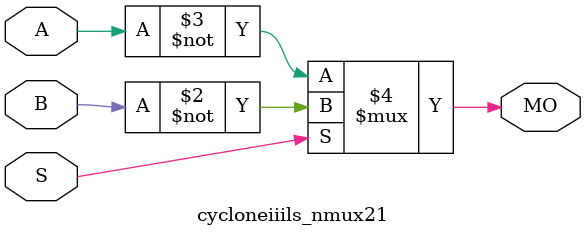
<source format=v>
module cycloneiiils_nmux21 (MO, A, B, S);
   input A, B, S; 
   output MO; 
   assign MO = (S == 1) ? ~B : ~A; 
endmodule
</source>
